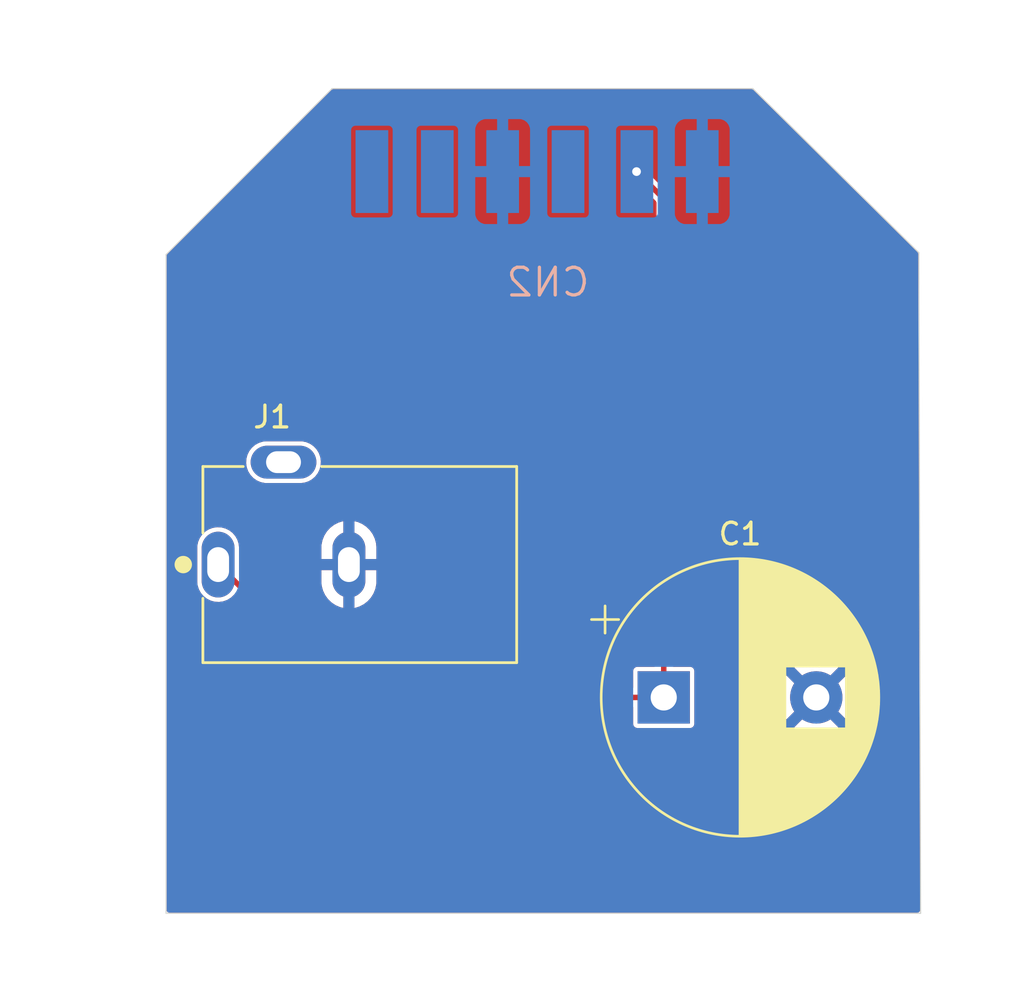
<source format=kicad_pcb>
(kicad_pcb (version 20211014) (generator pcbnew)
  (layers (0 "F.Cu" signal) (31 "B.Cu" signal) (34 "B.Paste" user) (35 "F.Paste" user) (36 "B.SilkS" user "B.Silkscreen") (37 "F.SilkS" user "F.Silkscreen") (38 "B.Mask" user) (39 "F.Mask" user) (44 "Edge.Cuts" user))
  (net 0 "")
  (net 1 "+5V")
  (net 2 "GND")
  (footprint "Capacitor_THT:CP_Radial_D12.5mm_P6.00mm" (layer "F.Cu") (at 146.266041 117.856)
    (fp_text reference "C1" (at 2.5 -7.5) (layer "F.SilkS"))
    (fp_text value "C_Polarized")
    (fp_line (start 5.501 -5.58) (end 5.501 -1.44) (layer "F.SilkS") (width 0.12))
    (fp_line (start 4.941 -5.845) (end 4.941 -1.44) (layer "F.SilkS") (width 0.12))
    (fp_line (start 3.701 -6.216) (end 3.701 -1.44) (layer "F.SilkS") (width 0.12))
    (fp_line (start 3.02 -6.309) (end 3.02 6.309) (layer "F.SilkS") (width 0.12))
    (fp_line (start -3.692082 -4.2) (end -3.692082 -2.95) (layer "F.SilkS") (width 0.12))
    (fp_line (start 4.341 -6.059) (end 4.341 -1.44) (layer "F.SilkS") (width 0.12))
    (fp_line (start 4.901 -5.861) (end 4.901 -1.44) (layer "F.SilkS") (width 0.12))
    (fp_line (start 5.181 -5.739) (end 5.181 -1.44) (layer "F.SilkS") (width 0.12))
    (fp_line (start 4.101 -6.126) (end 4.101 -1.44) (layer "F.SilkS") (width 0.12))
    (fp_line (start 8.661 -1.583) (end 8.661 1.583) (layer "F.SilkS") (width 0.12))
    (fp_line (start 3.741 1.44) (end 3.741 6.209) (layer "F.SilkS") (width 0.12))
    (fp_line (start 4.821 -5.893) (end 4.821 -1.44) (layer "F.SilkS") (width 0.12))
    (fp_line (start 2.62 -6.329) (end 2.62 6.329) (layer "F.SilkS") (width 0.12))
    (fp_line (start 4.021 -6.146) (end 4.021 -1.44) (layer "F.SilkS") (width 0.12))
    (fp_line (start 5.701 -5.468) (end 5.701 -1.44) (layer "F.SilkS") (width 0.12))
    (fp_line (start 2.58 -6.33) (end 2.58 6.33) (layer "F.SilkS") (width 0.12))
    (fp_line (start 2.7 -6.327) (end 2.7 6.327) (layer "F.SilkS") (width 0.12))
    (fp_line (start 5.861 -5.372) (end 5.861 -1.44) (layer "F.SilkS") (width 0.12))
    (fp_line (start 3.701 1.44) (end 3.701 6.216) (layer "F.SilkS") (width 0.12))
    (fp_line (start 5.861 1.44) (end 5.861 5.372) (layer "F.SilkS") (width 0.12))
    (fp_line (start 4.381 1.44) (end 4.381 6.047) (layer "F.SilkS") (width 0.12))
    (fp_line (start 4.741 1.44) (end 4.741 5.924) (layer "F.SilkS") (width 0.12))
    (fp_line (start 3.261 -6.285) (end 3.261 6.285) (layer "F.SilkS") (width 0.12))
    (fp_line (start 4.461 -6.021) (end 4.461 -1.44) (layer "F.SilkS") (width 0.12))
    (fp_line (start 8.701 -1.422) (end 8.701 1.422) (layer "F.SilkS") (width 0.12))
    (fp_line (start 4.541 -5.995) (end 4.541 -1.44) (layer "F.SilkS") (width 0.12))
    (fp_line (start 3.501 -6.252) (end 3.501 6.252) (layer "F.SilkS") (width 0.12))
    (fp_line (start 4.861 -5.877) (end 4.861 -1.44) (layer "F.SilkS") (width 0.12))
    (fp_line (start 8.861 -0.317) (end 8.861 0.317) (layer "F.SilkS") (width 0.12))
    (fp_line (start 5.221 -5.721) (end 5.221 -1.44) (layer "F.SilkS") (width 0.12))
    (fp_line (start 4.621 -5.967) (end 4.621 -1.44) (layer "F.SilkS") (width 0.12))
    (fp_line (start 5.141 1.44) (end 5.141 5.758) (layer "F.SilkS") (width 0.12))
    (fp_line (start 4.661 1.44) (end 4.661 5.953) (layer "F.SilkS") (width 0.12))
    (fp_line (start 5.381 1.44) (end 5.381 5.642) (layer "F.SilkS") (width 0.12))
    (fp_line (start 4.821 1.44) (end 4.821 5.893) (layer "F.SilkS") (width 0.12))
    (fp_line (start 6.101 1.44) (end 6.101 5.216) (layer "F.SilkS") (width 0.12))
    (fp_line (start 4.861 1.44) (end 4.861 5.877) (layer "F.SilkS") (width 0.12))
    (fp_line (start 5.621 -5.514) (end 5.621 -1.44) (layer "F.SilkS") (width 0.12))
    (fp_line (start 5.661 -5.491) (end 5.661 -1.44) (layer "F.SilkS") (width 0.12))
    (fp_line (start 3.661 -6.224) (end 3.661 -1.44) (layer "F.SilkS") (width 0.12))
    (fp_line (start 3.06 -6.306) (end 3.06 6.306) (layer "F.SilkS") (width 0.12))
    (fp_line (start 4.981 -5.828) (end 4.981 -1.44) (layer "F.SilkS") (width 0.12))
    (fp_line (start 5.061 1.44) (end 5.061 5.793) (layer "F.SilkS") (width 0.12))
    (fp_line (start 5.261 1.44) (end 5.261 5.702) (layer "F.SilkS") (width 0.12))
    (fp_line (start 4.501 -6.008) (end 4.501 -1.44) (layer "F.SilkS") (width 0.12))
    (fp_line (start 4.701 -5.939) (end 4.701 -1.44) (layer "F.SilkS") (width 0.12))
    (fp_line (start 2.98 -6.312) (end 2.98 6.312) (layer "F.SilkS") (width 0.12))
    (fp_line (start 8.501 -2.1) (end 8.501 2.1) (layer "F.SilkS") (width 0.12))
    (fp_line (start 4.781 -5.908) (end 4.781 -1.44) (layer "F.SilkS") (width 0.12))
    (fp_line (start 5.101 1.44) (end 5.101 5.776) (layer "F.SilkS") (width 0.12))
    (fp_line (start 3.541 -6.245) (end 3.541 6.245) (layer "F.SilkS") (width 0.12))
    (fp_line (start 5.781 -5.421) (end 5.781 -1.44) (layer "F.SilkS") (width 0.12))
    (fp_line (start 3.341 -6.275) (end 3.341 6.275) (layer "F.SilkS") (width 0.12))
    (fp_line (start 5.181 1.44) (end 5.181 5.739) (layer "F.SilkS") (width 0.12))
    (fp_line (start 4.981 1.44) (end 4.981 5.828) (layer "F.SilkS") (width 0.12))
    (fp_line (start 2.94 -6.315) (end 2.94 6.315) (layer "F.SilkS") (width 0.12))
    (fp_line (start 2.78 -6.324) (end 2.78 6.324) (layer "F.SilkS") (width 0.12))
    (fp_line (start 5.341 -5.662) (end 5.341 -1.44) (layer "F.SilkS") (width 0.12))
    (fp_line (start 5.261 -5.702) (end 5.261 -1.44) (layer "F.SilkS") (width 0.12))
    (fp_line (start 5.021 -5.811) (end 5.021 -1.44) (layer "F.SilkS") (width 0.12))
    (fp_line (start 3.221 -6.29) (end 3.221 6.29) (layer "F.SilkS") (width 0.12))
    (fp_line (start 5.301 -5.682) (end 5.301 -1.44) (layer "F.SilkS") (width 0.12))
    (fp_line (start 4.261 1.44) (end 4.261 6.083) (layer "F.SilkS") (width 0.12))
    (fp_line (start 3.661 1.44) (end 3.661 6.224) (layer "F.SilkS") (width 0.12))
    (fp_line (start 5.581 1.44) (end 5.581 5.536) (layer "F.SilkS") (width 0.12))
    (fp_line (start 3.941 -6.166) (end 3.941 -1.44) (layer "F.SilkS") (width 0.12))
    (fp_line (start 3.821 -6.192) (end 3.821 -1.44) (layer "F.SilkS") (width 0.12))
    (fp_line (start 5.301 1.44) (end 5.301 5.682) (layer "F.SilkS") (width 0.12))
    (fp_line (start 3.861 -6.184) (end 3.861 -1.44) (layer "F.SilkS") (width 0.12))
    (fp_line (start 5.221 1.44) (end 5.221 5.721) (layer "F.SilkS") (width 0.12))
    (fp_line (start 4.781 1.44) (end 4.781 5.908) (layer "F.SilkS") (width 0.12))
    (fp_line (start 4.301 1.44) (end 4.301 6.071) (layer "F.SilkS") (width 0.12))
    (fp_line (start 4.661 -5.953) (end 4.661 -1.44) (layer "F.SilkS") (width 0.12))
    (fp_line (start 4.421 1.44) (end 4.421 6.034) (layer "F.SilkS") (width 0.12))
    (fp_line (start 6.021 1.44) (end 6.021 5.27) (layer "F.SilkS") (width 0.12))
    (fp_line (start 6.101 -5.216) (end 6.101 -1.44) (layer "F.SilkS") (width 0.12))
    (fp_line (start 8.581 -1.861) (end 8.581 1.861) (layer "F.SilkS") (width 0.12))
    (fp_line (start 3.941 1.44) (end 3.941 6.166) (layer "F.SilkS") (width 0.12))
    (fp_line (start 2.5 -6.33) (end 2.5 6.33) (layer "F.SilkS") (width 0.12))
    (fp_line (start 8.541 -1.984) (end 8.541 1.984) (layer "F.SilkS") (width 0.12))
    (fp_line (start 6.061 -5.243) (end 6.061 -1.44) (layer "F.SilkS") (width 0.12))
    (fp_line (start 5.901 1.44) (end 5.901 5.347) (layer "F.SilkS") (width 0.12))
    (fp_line (start 5.341 1.44) (end 5.341 5.662) (layer "F.SilkS") (width 0.12))
    (fp_line (start 5.941 1.44) (end 5.941 5.322) (layer "F.SilkS") (width 0.12))
    (fp_line (start 3.861 1.44) (end 3.861 6.184) (layer "F.SilkS") (width 0.12))
    (fp_line (start -4.317082 -3.575) (end -3.067082 -3.575) (layer "F.SilkS") (width 0.12))
    (fp_line (start 5.981 -5.296) (end 5.981 -1.44) (layer "F.SilkS") (width 0.12))
    (fp_line (start 3.421 -6.264) (end 3.421 6.264) (layer "F.SilkS") (width 0.12))
    (fp_line (start 2.9 -6.318) (end 2.9 6.318) (layer "F.SilkS") (width 0.12))
    (fp_line (start 4.061 1.44) (end 4.061 6.137) (layer "F.SilkS") (width 0.12))
    (fp_line (start 6.061 1.44) (end 6.061 5.243) (layer "F.SilkS") (width 0.12))
    (fp_line (start 5.981 1.44) (end 5.981 5.296) (layer "F.SilkS") (width 0.12))
    (fp_line (start 4.301 -6.071) (end 4.301 -1.44) (layer "F.SilkS") (width 0.12))
    (fp_line (start 6.141 -5.188) (end 6.141 -1.44) (layer "F.SilkS") (width 0.12))
    (fp_line (start 5.661 1.44) (end 5.661 5.491) (layer "F.SilkS") (width 0.12))
    (fp_line (start 5.581 -5.536) (end 5.581 -1.44) (layer "F.SilkS") (width 0.12))
    (fp_line (start 4.741 -5.924) (end 4.741 -1.44) (layer "F.SilkS") (width 0.12))
    (fp_line (start 5.461 1.44) (end 5.461 5.601) (layer "F.SilkS") (width 0.12))
    (fp_line (start 3.18 -6.294) (end 3.18 6.294) (layer "F.SilkS") (width 0.12))
    (fp_line (start 4.621 1.44) (end 4.621 5.967) (layer "F.SilkS") (width 0.12))
    (fp_line (start 4.181 1.44) (end 4.181 6.105) (layer "F.SilkS") (width 0.12))
    (fp_line (start 5.741 1.44) (end 5.741 5.445) (layer "F.SilkS") (width 0.12))
    (fp_line (start 3.741 -6.209) (end 3.741 -1.44) (layer "F.SilkS") (width 0.12))
    (fp_line (start 5.701 1.44) (end 5.701 5.468) (layer "F.SilkS") (width 0.12))
    (fp_line (start 8.621 -1.728) (end 8.621 1.728) (layer "F.SilkS") (width 0.12))
    (fp_line (start 5.901 -5.347) (end 5.901 -1.44) (layer "F.SilkS") (width 0.12))
    (fp_line (start 3.1 -6.302) (end 3.1 6.302) (layer "F.SilkS") (width 0.12))
    (fp_line (start 5.621 1.44) (end 5.621 5.514) (layer "F.SilkS") (width 0.12))
    (fp_line (start 3.581 -6.238) (end 3.581 -1.44) (layer "F.SilkS") (width 0.12))
    (fp_line (start 3.901 -6.175) (end 3.901 -1.44) (layer "F.SilkS") (width 0.12))
    (fp_line (start 4.061 -6.137) (end 4.061 -1.44) (layer "F.SilkS") (width 0.12))
    (fp_line (start 3.461 -6.258) (end 3.461 6.258) (layer "F.SilkS") (width 0.12))
    (fp_line (start 4.901 1.44) (end 4.901 5.861) (layer "F.SilkS") (width 0.12))
    (fp_line (start 5.461 -5.601) (end 5.461 -1.44) (layer "F.SilkS") (width 0.12))
    (fp_line (start 4.181 -6.105) (end 4.181 -1.44) (layer "F.SilkS") (width 0.12))
    (fp_line (start 5.821 -5.397) (end 5.821 -1.44) (layer "F.SilkS") (width 0.12))
    (fp_line (start 3.14 -6.298) (end 3.14 6.298) (layer "F.SilkS") (width 0.12))
    (fp_line (start 8.781 -1.028) (end 8.781 1.028) (layer "F.SilkS") (width 0.12))
    (fp_line (start 4.261 -6.083) (end 4.261 -1.44) (layer "F.SilkS") (width 0.12))
    (fp_line (start 8.421 -2.312) (end 8.421 2.312) (layer "F.SilkS") (width 0.12))
    (fp_line (start 5.541 -5.558) (end 5.541 -1.44) (layer "F.SilkS") (width 0.12))
    (fp_line (start 5.101 -5.776) (end 5.101 -1.44) (layer "F.SilkS") (width 0.12))
    (fp_line (start 5.541 1.44) (end 5.541 5.558) (layer "F.SilkS") (width 0.12))
    (fp_line (start 6.021 -5.27) (end 6.021 -1.44) (layer "F.SilkS") (width 0.12))
    (fp_line (start 3.781 1.44) (end 3.781 6.201) (layer "F.SilkS") (width 0.12))
    (fp_line (start 4.341 1.44) (end 4.341 6.059) (layer "F.SilkS") (width 0.12))
    (fp_line (start 2.82 -6.322) (end 2.82 6.322) (layer "F.SilkS") (width 0.12))
    (fp_line (start 8.821 -0.757) (end 8.821 0.757) (layer "F.SilkS") (width 0.12))
    (fp_line (start 4.461 1.44) (end 4.461 6.021) (layer "F.SilkS") (width 0.12))
    (fp_line (start 4.501 1.44) (end 4.501 6.008) (layer "F.SilkS") (width 0.12))
    (fp_line (start 5.421 1.44) (end 5.421 5.622) (layer "F.SilkS") (width 0.12))
    (fp_line (start 3.381 -6.269) (end 3.381 6.269) (layer "F.SilkS") (width 0.12))
    (fp_line (start 8.741 -1.241) (end 8.741 1.241) (layer "F.SilkS") (width 0.12))
    (fp_line (start 4.141 -6.116) (end 4.141 -1.44) (layer "F.SilkS") (width 0.12))
    (fp_line (start 2.74 -6.326) (end 2.74 6.326) (layer "F.SilkS") (width 0.12))
    (fp_line (start 5.141 -5.758) (end 5.141 -1.44) (layer "F.SilkS") (width 0.12))
    (fp_line (start 2.66 -6.328) (end 2.66 6.328) (layer "F.SilkS") (width 0.12))
    (fp_line (start 4.541 1.44) (end 4.541 5.995) (layer "F.SilkS") (width 0.12))
    (fp_line (start 5.821 1.44) (end 5.821 5.397) (layer "F.SilkS") (width 0.12))
    (fp_line (start 4.381 -6.047) (end 4.381 -1.44) (layer "F.SilkS") (width 0.12))
    (fp_line (start 4.221 -6.094) (end 4.221 -1.44) (layer "F.SilkS") (width 0.12))
    (fp_line (start 3.621 -6.231) (end 3.621 -1.44) (layer "F.SilkS") (width 0.12))
    (fp_line (start 4.101 1.44) (end 4.101 6.126) (layer "F.SilkS") (width 0.12))
    (fp_line (start 4.021 1.44) (end 4.021 6.146) (layer "F.SilkS") (width 0.12))
    (fp_line (start 4.221 1.44) (end 4.221 6.094) (layer "F.SilkS") (width 0.12))
    (fp_line (start 4.141 1.44) (end 4.141 6.116) (layer "F.SilkS") (width 0.12))
    (fp_line (start 5.941 -5.322) (end 5.941 -1.44) (layer "F.SilkS") (width 0.12))
    (fp_line (start 3.981 1.44) (end 3.981 6.156) (layer "F.SilkS") (width 0.12))
    (fp_line (start 5.021 1.44) (end 5.021 5.811) (layer "F.SilkS") (width 0.12))
    (fp_line (start 4.941 1.44) (end 4.941 5.845) (layer "F.SilkS") (width 0.12))
    (fp_line (start 4.421 -6.034) (end 4.421 -1.44) (layer "F.SilkS") (width 0.12))
    (fp_line (start 3.301 -6.28) (end 3.301 6.28) (layer "F.SilkS") (width 0.12))
    (fp_line (start 2.54 -6.33) (end 2.54 6.33) (layer "F.SilkS") (width 0.12))
    (fp_line (start 3.621 1.44) (end 3.621 6.231) (layer "F.SilkS") (width 0.12))
    (fp_line (start 5.741 -5.445) (end 5.741 -1.44) (layer "F.SilkS") (width 0.12))
    (fp_line (start 3.581 1.44) (end 3.581 6.238) (layer "F.SilkS") (width 0.12))
    (fp_line (start 8.461 -2.209) (end 8.461 2.209) (layer "F.SilkS") (width 0.12))
    (fp_line (start 4.581 -5.981) (end 4.581 -1.44) (layer "F.SilkS") (width 0.12))
    (fp_line (start 3.821 1.44) (end 3.821 6.192) (layer "F.SilkS") (width 0.12))
    (fp_line (start 2.86 -6.32) (end 2.86 6.32) (layer "F.SilkS") (width 0.12))
    (fp_line (start 3.981 -6.156) (end 3.981 -1.44) (layer "F.SilkS") (width 0.12))
    (fp_line (start 3.781 -6.201) (end 3.781 -1.44) (layer "F.SilkS") (width 0.12))
    (fp_line (start 4.701 1.44) (end 4.701 5.939) (layer "F.SilkS") (width 0.12))
    (fp_line (start 3.901 1.44) (end 3.901 6.175) (layer "F.SilkS") (width 0.12))
    (fp_line (start 6.141 1.44) (end 6.141 5.188) (layer "F.SilkS") (width 0.12))
    (fp_line (start 5.781 1.44) (end 5.781 5.421) (layer "F.SilkS") (width 0.12))
    (fp_line (start 5.381 -5.642) (end 5.381 -1.44) (layer "F.SilkS") (width 0.12))
    (fp_line (start 5.421 -5.622) (end 5.421 -1.44) (layer "F.SilkS") (width 0.12))
    (fp_line (start 4.581 1.44) (end 4.581 5.981) (layer "F.SilkS") (width 0.12))
    (fp_line (start 5.061 -5.793) (end 5.061 -1.44) (layer "F.SilkS") (width 0.12))
    (fp_line (start 5.501 1.44) (end 5.501 5.58) (layer "F.SilkS") (width 0.12))
    (fp_rect (start 3.581 -1.44) (end 4.561 1.44) (layer "F.SilkS") (width 0.12) (fill solid))
    (fp_rect (start 7.45 -1.44) (end 7.62 1.44) (layer "F.SilkS") (width 0.12) (fill solid))
    (fp_circle (center 2.5 0) (end 8.87 0) (layer "F.SilkS") (width 0.12) (fill none))
    (fp_poly (pts (xy 7.381 4.055) (xy 6.141 5.188) (xy 6.141 1.44) (xy 7.62 1.44)) (layer "F.SilkS") (width 0.12) (fill solid))
    (fp_poly (pts (xy 7.381 -4.055) (xy 7.62 -1.44) (xy 6.141 -1.44) (xy 6.141 -5.188)) (layer "F.SilkS") (width 0.12) (fill solid))
    (fp_poly (pts (xy 8.421 -2.312) (xy 8.421 2.312) (xy 7.381 4.055) (xy 7.381 -4.055)) (layer "F.SilkS") (width 0.12) (fill solid))
    (pad "1" thru_hole rect (at -1 0) (size 2.4 2.4) (drill 1.2) (layers *.Cu *.Mask) (net 1 "+5V"))
    (pad "2" thru_hole circle (at 6 0) (size 2.4 2.4) (drill 1.2) (layers *.Cu *.Mask) (net 2 "GND"))
  )
  (footprint "PJ-102AH:PJ-102AH" (layer "F.Cu") (at 131.318 111.76)
    (fp_text reference "J1" (at -4.01986 -6.77319) (layer "F.SilkS") (effects (font (size 1.001213 1.001213))))
    (fp_text value "PJ-102AH")
    (fp_line (start -7.2 4.5) (end -7.2 1.55) (layer "F.SilkS") (width 0.127))
    (fp_line (start -1.75 -4.5) (end 7.2 -4.5) (layer "F.SilkS") (width 0.127))
    (fp_line (start 7.2 4.5) (end -7.2 4.5) (layer "F.SilkS") (width 0.127))
    (fp_line (start -7.2 -4.5) (end -5.35 -4.5) (layer "F.SilkS") (width 0.127))
    (fp_line (start -7.2 -1.45) (end -7.2 -4.5) (layer "F.SilkS") (width 0.127))
    (fp_line (start 7.2 -4.5) (end 7.2 4.5) (layer "F.SilkS") (width 0.127))
    (fp_circle (center -8.1 0) (end -7.9 0) (layer "F.SilkS") (width 0.4) (fill none))
    (pad "1" thru_hole oval (at -6.5 0) (size 1.508 3.016) (drill oval 1 1.6) (layers *.Cu *.Mask) (net 1 "+5V"))
    (pad "2" thru_hole oval (at -0.5 0) (size 1.508 3.016) (drill oval 1 1.6) (layers *.Cu *.Mask) (net 2 "GND"))
    (pad "3" thru_hole oval (at -3.5 -4.7) (size 3.016 1.508) (drill oval 1.6 1) (layers *.Cu *.Mask))
  )
  (footprint "Adafruit NeoPixel 8 Stick:1X4-SMT" (layer "B.Cu") (at 139.954 93.726 180)
    (fp_text reference "CN2" (at 0 -5.08) (layer "B.SilkS") (effects (font (size 1.27 1.27)) (justify mirror)))
    (fp_text value "1X4SMT")
    (pad "1" smd rect (at -7.08 0 180) (size 1.5 3.8) (layers "B.Cu" "B.Paste" "B.Mask") (net 2 "GND"))
    (pad "2" smd rect (at -4.08 0 180) (size 1.5 3.8) (layers "B.Cu" "B.Paste" "B.Mask") (net 1 "+5V"))
    (pad "3" smd rect (at -0.92 0 180) (size 1.5 3.8) (layers "B.Cu" "B.Paste" "B.Mask"))
    (pad "4" smd rect (at 2.08 0 180) (size 1.5 3.8) (layers "B.Cu" "B.Paste" "B.Mask") (net 2 "GND"))
    (pad "5" smd rect (at 5.08 0 180) (size 1.5 3.8) (layers "B.Cu" "B.Paste" "B.Mask"))
    (pad "6" smd rect (at 8.08 0 180) (size 1.5 3.8) (layers "B.Cu" "B.Paste" "B.Mask"))
  )
  (gr_line (start 130.048 89.915998) (end 149.352 89.915999) (layer "Edge.Cuts") (width 0.05))
  (gr_line (start 122.428 97.536) (end 122.428 127.762) (layer "Edge.Cuts") (width 0.05))
  (gr_line (start 149.352 89.915999) (end 156.972 97.45) (layer "Edge.Cuts") (width 0.05))
  (gr_line (start 122.428 127.762) (end 157.054 127.762) (layer "Edge.Cuts") (width 0.05))
  (gr_line (start 156.972 97.45) (end 157.054 127.762) (layer "Edge.Cuts") (width 0.05))
  (gr_line (start 122.428 97.536) (end 130.048 89.915998) (layer "Edge.Cuts") (width 0.05))
  (segment (start 130.914 117.856) (end 145.266041 117.856) (width 0.25) (layer "F.Cu") (net 1))
  (segment (start 145.266041 94.974041) (end 144.018 93.726) (width 0.25) (layer "F.Cu") (net 1))
  (segment (start 124.818 111.76) (end 130.914 117.856) (width 0.25) (layer "F.Cu") (net 1))
  (segment (start 145.266041 117.856) (end 145.266041 94.974041) (width 0.25) (layer "F.Cu") (net 1))
  (via (at 144.018 93.726) (size 0.8) (drill 0.4) (layers "F.Cu" "B.Cu") (net 1))
  (zone (net 2) (net_name "GND") (layers F&B.Cu) (connect_pads (clearance 0.000001)) (min_thickness 0.254) (fill yes (thermal_gap 0.508) (thermal_bridge_width 0.508))
    (polygon (pts (xy 161.798 131.318) (xy 114.808 131.318) (xy 114.808 85.852) (xy 161.798 85.852)))
  )
)
</source>
